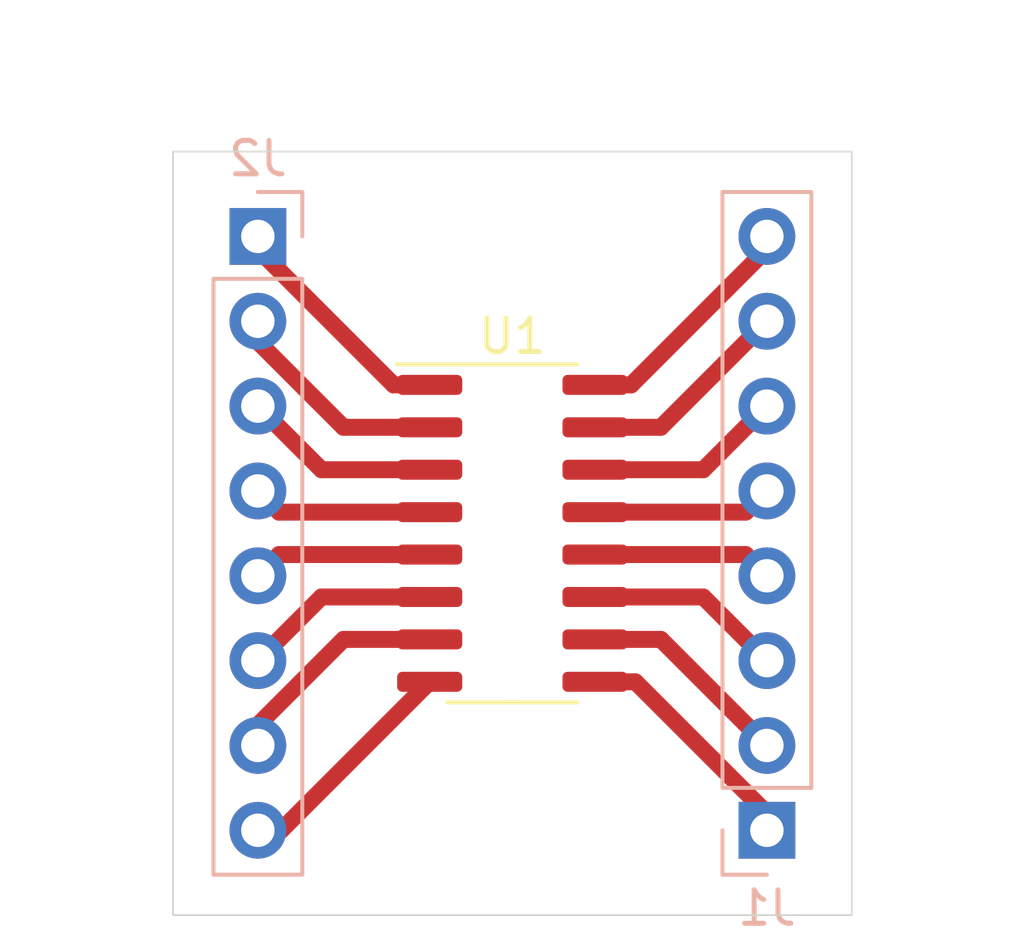
<source format=kicad_pcb>
(kicad_pcb (version 20171130) (host pcbnew "(5.1.10)-1")

  (general
    (thickness 1.6)
    (drawings 5)
    (tracks 37)
    (zones 0)
    (modules 3)
    (nets 17)
  )

  (page A4)
  (layers
    (0 F.Cu signal)
    (31 B.Cu signal)
    (32 B.Adhes user)
    (33 F.Adhes user)
    (34 B.Paste user)
    (35 F.Paste user)
    (36 B.SilkS user)
    (37 F.SilkS user)
    (38 B.Mask user)
    (39 F.Mask user)
    (40 Dwgs.User user)
    (41 Cmts.User user)
    (42 Eco1.User user)
    (43 Eco2.User user)
    (44 Edge.Cuts user)
    (45 Margin user)
    (46 B.CrtYd user)
    (47 F.CrtYd user)
    (48 B.Fab user)
    (49 F.Fab user)
  )

  (setup
    (last_trace_width 0.508)
    (user_trace_width 0.508)
    (trace_clearance 0.2)
    (zone_clearance 0.508)
    (zone_45_only no)
    (trace_min 0.2)
    (via_size 0.8)
    (via_drill 0.4)
    (via_min_size 0.4)
    (via_min_drill 0.3)
    (uvia_size 0.3)
    (uvia_drill 0.1)
    (uvias_allowed no)
    (uvia_min_size 0.2)
    (uvia_min_drill 0.1)
    (edge_width 0.05)
    (segment_width 0.2)
    (pcb_text_width 0.3)
    (pcb_text_size 1.5 1.5)
    (mod_edge_width 0.12)
    (mod_text_size 1 1)
    (mod_text_width 0.15)
    (pad_size 1.524 1.524)
    (pad_drill 0.762)
    (pad_to_mask_clearance 0)
    (aux_axis_origin 0 0)
    (visible_elements 7FFFFFFF)
    (pcbplotparams
      (layerselection 0x010fc_ffffffff)
      (usegerberextensions false)
      (usegerberattributes true)
      (usegerberadvancedattributes true)
      (creategerberjobfile true)
      (excludeedgelayer true)
      (linewidth 0.100000)
      (plotframeref false)
      (viasonmask false)
      (mode 1)
      (useauxorigin false)
      (hpglpennumber 1)
      (hpglpenspeed 20)
      (hpglpendiameter 15.000000)
      (psnegative false)
      (psa4output false)
      (plotreference true)
      (plotvalue true)
      (plotinvisibletext false)
      (padsonsilk false)
      (subtractmaskfromsilk false)
      (outputformat 1)
      (mirror false)
      (drillshape 1)
      (scaleselection 1)
      (outputdirectory ""))
  )

  (net 0 "")
  (net 1 "Net-(J1-Pad8)")
  (net 2 "Net-(J1-Pad7)")
  (net 3 "Net-(J1-Pad6)")
  (net 4 "Net-(J1-Pad5)")
  (net 5 "Net-(J1-Pad4)")
  (net 6 "Net-(J1-Pad3)")
  (net 7 "Net-(J1-Pad2)")
  (net 8 "Net-(J1-Pad1)")
  (net 9 "Net-(J2-Pad8)")
  (net 10 "Net-(J2-Pad7)")
  (net 11 "Net-(J2-Pad6)")
  (net 12 "Net-(J2-Pad5)")
  (net 13 "Net-(J2-Pad4)")
  (net 14 "Net-(J2-Pad3)")
  (net 15 "Net-(J2-Pad2)")
  (net 16 "Net-(J2-Pad1)")

  (net_class Default "This is the default net class."
    (clearance 0.2)
    (trace_width 0.25)
    (via_dia 0.8)
    (via_drill 0.4)
    (uvia_dia 0.3)
    (uvia_drill 0.1)
    (add_net "Net-(J1-Pad1)")
    (add_net "Net-(J1-Pad2)")
    (add_net "Net-(J1-Pad3)")
    (add_net "Net-(J1-Pad4)")
    (add_net "Net-(J1-Pad5)")
    (add_net "Net-(J1-Pad6)")
    (add_net "Net-(J1-Pad7)")
    (add_net "Net-(J1-Pad8)")
    (add_net "Net-(J2-Pad1)")
    (add_net "Net-(J2-Pad2)")
    (add_net "Net-(J2-Pad3)")
    (add_net "Net-(J2-Pad4)")
    (add_net "Net-(J2-Pad5)")
    (add_net "Net-(J2-Pad6)")
    (add_net "Net-(J2-Pad7)")
    (add_net "Net-(J2-Pad8)")
  )

  (module Package_SO:SOIC-16_3.9x9.9mm_P1.27mm (layer F.Cu) (tedit 5D9F72B1) (tstamp 61A234EC)
    (at 140.97 97.79)
    (descr "SOIC, 16 Pin (JEDEC MS-012AC, https://www.analog.com/media/en/package-pcb-resources/package/pkg_pdf/soic_narrow-r/r_16.pdf), generated with kicad-footprint-generator ipc_gullwing_generator.py")
    (tags "SOIC SO")
    (path /61ADE2C6)
    (attr smd)
    (fp_text reference U1 (at 0 -5.9) (layer F.SilkS)
      (effects (font (size 1 1) (thickness 0.15)))
    )
    (fp_text value CH340G (at 0 5.9) (layer F.Fab)
      (effects (font (size 1 1) (thickness 0.15)))
    )
    (fp_line (start 3.7 -5.2) (end -3.7 -5.2) (layer F.CrtYd) (width 0.05))
    (fp_line (start 3.7 5.2) (end 3.7 -5.2) (layer F.CrtYd) (width 0.05))
    (fp_line (start -3.7 5.2) (end 3.7 5.2) (layer F.CrtYd) (width 0.05))
    (fp_line (start -3.7 -5.2) (end -3.7 5.2) (layer F.CrtYd) (width 0.05))
    (fp_line (start -1.95 -3.975) (end -0.975 -4.95) (layer F.Fab) (width 0.1))
    (fp_line (start -1.95 4.95) (end -1.95 -3.975) (layer F.Fab) (width 0.1))
    (fp_line (start 1.95 4.95) (end -1.95 4.95) (layer F.Fab) (width 0.1))
    (fp_line (start 1.95 -4.95) (end 1.95 4.95) (layer F.Fab) (width 0.1))
    (fp_line (start -0.975 -4.95) (end 1.95 -4.95) (layer F.Fab) (width 0.1))
    (fp_line (start 0 -5.06) (end -3.45 -5.06) (layer F.SilkS) (width 0.12))
    (fp_line (start 0 -5.06) (end 1.95 -5.06) (layer F.SilkS) (width 0.12))
    (fp_line (start 0 5.06) (end -1.95 5.06) (layer F.SilkS) (width 0.12))
    (fp_line (start 0 5.06) (end 1.95 5.06) (layer F.SilkS) (width 0.12))
    (fp_text user %R (at 0 0) (layer F.Fab)
      (effects (font (size 0.98 0.98) (thickness 0.15)))
    )
    (pad 16 smd roundrect (at 2.475 -4.445) (size 1.95 0.6) (layers F.Cu F.Paste F.Mask) (roundrect_rratio 0.25)
      (net 1 "Net-(J1-Pad8)"))
    (pad 15 smd roundrect (at 2.475 -3.175) (size 1.95 0.6) (layers F.Cu F.Paste F.Mask) (roundrect_rratio 0.25)
      (net 2 "Net-(J1-Pad7)"))
    (pad 14 smd roundrect (at 2.475 -1.905) (size 1.95 0.6) (layers F.Cu F.Paste F.Mask) (roundrect_rratio 0.25)
      (net 3 "Net-(J1-Pad6)"))
    (pad 13 smd roundrect (at 2.475 -0.635) (size 1.95 0.6) (layers F.Cu F.Paste F.Mask) (roundrect_rratio 0.25)
      (net 4 "Net-(J1-Pad5)"))
    (pad 12 smd roundrect (at 2.475 0.635) (size 1.95 0.6) (layers F.Cu F.Paste F.Mask) (roundrect_rratio 0.25)
      (net 5 "Net-(J1-Pad4)"))
    (pad 11 smd roundrect (at 2.475 1.905) (size 1.95 0.6) (layers F.Cu F.Paste F.Mask) (roundrect_rratio 0.25)
      (net 6 "Net-(J1-Pad3)"))
    (pad 10 smd roundrect (at 2.475 3.175) (size 1.95 0.6) (layers F.Cu F.Paste F.Mask) (roundrect_rratio 0.25)
      (net 7 "Net-(J1-Pad2)"))
    (pad 9 smd roundrect (at 2.475 4.445) (size 1.95 0.6) (layers F.Cu F.Paste F.Mask) (roundrect_rratio 0.25)
      (net 8 "Net-(J1-Pad1)"))
    (pad 8 smd roundrect (at -2.475 4.445) (size 1.95 0.6) (layers F.Cu F.Paste F.Mask) (roundrect_rratio 0.25)
      (net 9 "Net-(J2-Pad8)"))
    (pad 7 smd roundrect (at -2.475 3.175) (size 1.95 0.6) (layers F.Cu F.Paste F.Mask) (roundrect_rratio 0.25)
      (net 10 "Net-(J2-Pad7)"))
    (pad 6 smd roundrect (at -2.475 1.905) (size 1.95 0.6) (layers F.Cu F.Paste F.Mask) (roundrect_rratio 0.25)
      (net 11 "Net-(J2-Pad6)"))
    (pad 5 smd roundrect (at -2.475 0.635) (size 1.95 0.6) (layers F.Cu F.Paste F.Mask) (roundrect_rratio 0.25)
      (net 12 "Net-(J2-Pad5)"))
    (pad 4 smd roundrect (at -2.475 -0.635) (size 1.95 0.6) (layers F.Cu F.Paste F.Mask) (roundrect_rratio 0.25)
      (net 13 "Net-(J2-Pad4)"))
    (pad 3 smd roundrect (at -2.475 -1.905) (size 1.95 0.6) (layers F.Cu F.Paste F.Mask) (roundrect_rratio 0.25)
      (net 14 "Net-(J2-Pad3)"))
    (pad 2 smd roundrect (at -2.475 -3.175) (size 1.95 0.6) (layers F.Cu F.Paste F.Mask) (roundrect_rratio 0.25)
      (net 15 "Net-(J2-Pad2)"))
    (pad 1 smd roundrect (at -2.475 -4.445) (size 1.95 0.6) (layers F.Cu F.Paste F.Mask) (roundrect_rratio 0.25)
      (net 16 "Net-(J2-Pad1)"))
    (model ${KISYS3DMOD}/Package_SO.3dshapes/SOIC-16_3.9x9.9mm_P1.27mm.wrl
      (at (xyz 0 0 0))
      (scale (xyz 1 1 1))
      (rotate (xyz 0 0 0))
    )
  )

  (module Connector_PinHeader_2.54mm:PinHeader_1x08_P2.54mm_Vertical (layer B.Cu) (tedit 59FED5CC) (tstamp 61A234CA)
    (at 133.35 88.9 180)
    (descr "Through hole straight pin header, 1x08, 2.54mm pitch, single row")
    (tags "Through hole pin header THT 1x08 2.54mm single row")
    (path /61AD4399)
    (fp_text reference J2 (at 0 2.33) (layer B.SilkS)
      (effects (font (size 1 1) (thickness 0.15)) (justify mirror))
    )
    (fp_text value Conn_01x08_Female (at 0 -20.11) (layer B.Fab)
      (effects (font (size 1 1) (thickness 0.15)) (justify mirror))
    )
    (fp_line (start 1.8 1.8) (end -1.8 1.8) (layer B.CrtYd) (width 0.05))
    (fp_line (start 1.8 -19.55) (end 1.8 1.8) (layer B.CrtYd) (width 0.05))
    (fp_line (start -1.8 -19.55) (end 1.8 -19.55) (layer B.CrtYd) (width 0.05))
    (fp_line (start -1.8 1.8) (end -1.8 -19.55) (layer B.CrtYd) (width 0.05))
    (fp_line (start -1.33 1.33) (end 0 1.33) (layer B.SilkS) (width 0.12))
    (fp_line (start -1.33 0) (end -1.33 1.33) (layer B.SilkS) (width 0.12))
    (fp_line (start -1.33 -1.27) (end 1.33 -1.27) (layer B.SilkS) (width 0.12))
    (fp_line (start 1.33 -1.27) (end 1.33 -19.11) (layer B.SilkS) (width 0.12))
    (fp_line (start -1.33 -1.27) (end -1.33 -19.11) (layer B.SilkS) (width 0.12))
    (fp_line (start -1.33 -19.11) (end 1.33 -19.11) (layer B.SilkS) (width 0.12))
    (fp_line (start -1.27 0.635) (end -0.635 1.27) (layer B.Fab) (width 0.1))
    (fp_line (start -1.27 -19.05) (end -1.27 0.635) (layer B.Fab) (width 0.1))
    (fp_line (start 1.27 -19.05) (end -1.27 -19.05) (layer B.Fab) (width 0.1))
    (fp_line (start 1.27 1.27) (end 1.27 -19.05) (layer B.Fab) (width 0.1))
    (fp_line (start -0.635 1.27) (end 1.27 1.27) (layer B.Fab) (width 0.1))
    (fp_text user %R (at 0 -8.89 270) (layer B.Fab)
      (effects (font (size 1 1) (thickness 0.15)) (justify mirror))
    )
    (pad 8 thru_hole oval (at 0 -17.78 180) (size 1.7 1.7) (drill 1) (layers *.Cu *.Mask)
      (net 9 "Net-(J2-Pad8)"))
    (pad 7 thru_hole oval (at 0 -15.24 180) (size 1.7 1.7) (drill 1) (layers *.Cu *.Mask)
      (net 10 "Net-(J2-Pad7)"))
    (pad 6 thru_hole oval (at 0 -12.7 180) (size 1.7 1.7) (drill 1) (layers *.Cu *.Mask)
      (net 11 "Net-(J2-Pad6)"))
    (pad 5 thru_hole oval (at 0 -10.16 180) (size 1.7 1.7) (drill 1) (layers *.Cu *.Mask)
      (net 12 "Net-(J2-Pad5)"))
    (pad 4 thru_hole oval (at 0 -7.62 180) (size 1.7 1.7) (drill 1) (layers *.Cu *.Mask)
      (net 13 "Net-(J2-Pad4)"))
    (pad 3 thru_hole oval (at 0 -5.08 180) (size 1.7 1.7) (drill 1) (layers *.Cu *.Mask)
      (net 14 "Net-(J2-Pad3)"))
    (pad 2 thru_hole oval (at 0 -2.54 180) (size 1.7 1.7) (drill 1) (layers *.Cu *.Mask)
      (net 15 "Net-(J2-Pad2)"))
    (pad 1 thru_hole rect (at 0 0 180) (size 1.7 1.7) (drill 1) (layers *.Cu *.Mask)
      (net 16 "Net-(J2-Pad1)"))
    (model ${KISYS3DMOD}/Connector_PinHeader_2.54mm.3dshapes/PinHeader_1x08_P2.54mm_Vertical.wrl
      (at (xyz 0 0 0))
      (scale (xyz 1 1 1))
      (rotate (xyz 0 0 0))
    )
  )

  (module Connector_PinHeader_2.54mm:PinHeader_1x08_P2.54mm_Vertical (layer B.Cu) (tedit 59FED5CC) (tstamp 61A234AE)
    (at 148.59 106.68)
    (descr "Through hole straight pin header, 1x08, 2.54mm pitch, single row")
    (tags "Through hole pin header THT 1x08 2.54mm single row")
    (path /61AD48C7)
    (fp_text reference J1 (at 0 2.33) (layer B.SilkS)
      (effects (font (size 1 1) (thickness 0.15)) (justify mirror))
    )
    (fp_text value Conn_01x08_Female (at 0 -20.11) (layer B.Fab)
      (effects (font (size 1 1) (thickness 0.15)) (justify mirror))
    )
    (fp_line (start 1.8 1.8) (end -1.8 1.8) (layer B.CrtYd) (width 0.05))
    (fp_line (start 1.8 -19.55) (end 1.8 1.8) (layer B.CrtYd) (width 0.05))
    (fp_line (start -1.8 -19.55) (end 1.8 -19.55) (layer B.CrtYd) (width 0.05))
    (fp_line (start -1.8 1.8) (end -1.8 -19.55) (layer B.CrtYd) (width 0.05))
    (fp_line (start -1.33 1.33) (end 0 1.33) (layer B.SilkS) (width 0.12))
    (fp_line (start -1.33 0) (end -1.33 1.33) (layer B.SilkS) (width 0.12))
    (fp_line (start -1.33 -1.27) (end 1.33 -1.27) (layer B.SilkS) (width 0.12))
    (fp_line (start 1.33 -1.27) (end 1.33 -19.11) (layer B.SilkS) (width 0.12))
    (fp_line (start -1.33 -1.27) (end -1.33 -19.11) (layer B.SilkS) (width 0.12))
    (fp_line (start -1.33 -19.11) (end 1.33 -19.11) (layer B.SilkS) (width 0.12))
    (fp_line (start -1.27 0.635) (end -0.635 1.27) (layer B.Fab) (width 0.1))
    (fp_line (start -1.27 -19.05) (end -1.27 0.635) (layer B.Fab) (width 0.1))
    (fp_line (start 1.27 -19.05) (end -1.27 -19.05) (layer B.Fab) (width 0.1))
    (fp_line (start 1.27 1.27) (end 1.27 -19.05) (layer B.Fab) (width 0.1))
    (fp_line (start -0.635 1.27) (end 1.27 1.27) (layer B.Fab) (width 0.1))
    (fp_text user %R (at 0 -8.89 -90) (layer B.Fab)
      (effects (font (size 1 1) (thickness 0.15)) (justify mirror))
    )
    (pad 8 thru_hole oval (at 0 -17.78) (size 1.7 1.7) (drill 1) (layers *.Cu *.Mask)
      (net 1 "Net-(J1-Pad8)"))
    (pad 7 thru_hole oval (at 0 -15.24) (size 1.7 1.7) (drill 1) (layers *.Cu *.Mask)
      (net 2 "Net-(J1-Pad7)"))
    (pad 6 thru_hole oval (at 0 -12.7) (size 1.7 1.7) (drill 1) (layers *.Cu *.Mask)
      (net 3 "Net-(J1-Pad6)"))
    (pad 5 thru_hole oval (at 0 -10.16) (size 1.7 1.7) (drill 1) (layers *.Cu *.Mask)
      (net 4 "Net-(J1-Pad5)"))
    (pad 4 thru_hole oval (at 0 -7.62) (size 1.7 1.7) (drill 1) (layers *.Cu *.Mask)
      (net 5 "Net-(J1-Pad4)"))
    (pad 3 thru_hole oval (at 0 -5.08) (size 1.7 1.7) (drill 1) (layers *.Cu *.Mask)
      (net 6 "Net-(J1-Pad3)"))
    (pad 2 thru_hole oval (at 0 -2.54) (size 1.7 1.7) (drill 1) (layers *.Cu *.Mask)
      (net 7 "Net-(J1-Pad2)"))
    (pad 1 thru_hole rect (at 0 0) (size 1.7 1.7) (drill 1) (layers *.Cu *.Mask)
      (net 8 "Net-(J1-Pad1)"))
    (model ${KISYS3DMOD}/Connector_PinHeader_2.54mm.3dshapes/PinHeader_1x08_P2.54mm_Vertical.wrl
      (at (xyz 0 0 0))
      (scale (xyz 1 1 1))
      (rotate (xyz 0 0 0))
    )
  )

  (gr_line (start 130.81 109.22) (end 130.81 86.36) (layer Edge.Cuts) (width 0.05))
  (gr_line (start 151.13 109.22) (end 130.81 109.22) (layer Edge.Cuts) (width 0.05))
  (gr_line (start 151.13 86.36) (end 151.13 109.22) (layer Edge.Cuts) (width 0.05))
  (gr_line (start 130.81 86.36) (end 151.13 86.36) (layer Edge.Cuts) (width 0.05))
  (dimension 15.24 (width 0.15) (layer Dwgs.User)
    (gr_text "15.240 mm" (at 140.97 82.52) (layer Dwgs.User)
      (effects (font (size 1 1) (thickness 0.15)))
    )
    (feature1 (pts (xy 148.59 88.9) (xy 148.59 83.233579)))
    (feature2 (pts (xy 133.35 88.9) (xy 133.35 83.233579)))
    (crossbar (pts (xy 133.35 83.82) (xy 148.59 83.82)))
    (arrow1a (pts (xy 148.59 83.82) (xy 147.463496 84.406421)))
    (arrow1b (pts (xy 148.59 83.82) (xy 147.463496 83.233579)))
    (arrow2a (pts (xy 133.35 83.82) (xy 134.476504 84.406421)))
    (arrow2b (pts (xy 133.35 83.82) (xy 134.476504 83.233579)))
  )

  (segment (start 143.445 93.345) (end 144.526 93.345) (width 0.508) (layer F.Cu) (net 1))
  (segment (start 148.59 89.281) (end 148.59 88.9) (width 0.508) (layer F.Cu) (net 1))
  (segment (start 144.526 93.345) (end 148.59 89.281) (width 0.508) (layer F.Cu) (net 1))
  (segment (start 145.415 94.615) (end 148.59 91.44) (width 0.508) (layer F.Cu) (net 2))
  (segment (start 143.445 94.615) (end 145.415 94.615) (width 0.508) (layer F.Cu) (net 2))
  (segment (start 146.685 95.885) (end 148.59 93.98) (width 0.508) (layer F.Cu) (net 3))
  (segment (start 143.445 95.885) (end 146.685 95.885) (width 0.508) (layer F.Cu) (net 3))
  (segment (start 147.955 97.155) (end 148.59 96.52) (width 0.508) (layer F.Cu) (net 4))
  (segment (start 143.445 97.155) (end 147.955 97.155) (width 0.508) (layer F.Cu) (net 4))
  (segment (start 147.955 98.425) (end 148.59 99.06) (width 0.508) (layer F.Cu) (net 5))
  (segment (start 143.445 98.425) (end 147.955 98.425) (width 0.508) (layer F.Cu) (net 5))
  (segment (start 146.685 99.695) (end 148.59 101.6) (width 0.508) (layer F.Cu) (net 6))
  (segment (start 143.445 99.695) (end 146.685 99.695) (width 0.508) (layer F.Cu) (net 6))
  (segment (start 145.415 100.965) (end 148.59 104.14) (width 0.508) (layer F.Cu) (net 7))
  (segment (start 143.445 100.965) (end 145.415 100.965) (width 0.508) (layer F.Cu) (net 7))
  (segment (start 143.445 102.235) (end 144.653 102.235) (width 0.508) (layer F.Cu) (net 8))
  (segment (start 148.59 106.172) (end 148.59 106.68) (width 0.508) (layer F.Cu) (net 8))
  (segment (start 144.653 102.235) (end 148.59 106.172) (width 0.508) (layer F.Cu) (net 8))
  (segment (start 134.05 106.68) (end 133.35 106.68) (width 0.508) (layer F.Cu) (net 9))
  (segment (start 138.495 102.235) (end 134.05 106.68) (width 0.508) (layer F.Cu) (net 9))
  (segment (start 133.35 103.529922) (end 133.35 104.14) (width 0.508) (layer F.Cu) (net 10))
  (segment (start 135.914922 100.965) (end 133.35 103.529922) (width 0.508) (layer F.Cu) (net 10))
  (segment (start 138.495 100.965) (end 135.914922 100.965) (width 0.508) (layer F.Cu) (net 10))
  (segment (start 138.495 99.695) (end 135.255 99.695) (width 0.508) (layer F.Cu) (net 11))
  (segment (start 135.255 99.695) (end 133.35 101.6) (width 0.508) (layer F.Cu) (net 11))
  (segment (start 133.985 98.425) (end 133.35 99.06) (width 0.508) (layer F.Cu) (net 12))
  (segment (start 138.495 98.425) (end 133.985 98.425) (width 0.508) (layer F.Cu) (net 12))
  (segment (start 133.985 97.155) (end 133.35 96.52) (width 0.508) (layer F.Cu) (net 13))
  (segment (start 138.495 97.155) (end 133.985 97.155) (width 0.508) (layer F.Cu) (net 13))
  (segment (start 135.255 95.885) (end 133.35 93.98) (width 0.508) (layer F.Cu) (net 14))
  (segment (start 138.495 95.885) (end 135.255 95.885) (width 0.508) (layer F.Cu) (net 14))
  (segment (start 133.35 92.050078) (end 133.35 91.44) (width 0.508) (layer F.Cu) (net 15))
  (segment (start 135.914922 94.615) (end 133.35 92.050078) (width 0.508) (layer F.Cu) (net 15))
  (segment (start 138.495 94.615) (end 135.914922 94.615) (width 0.508) (layer F.Cu) (net 15))
  (segment (start 138.495 93.345) (end 137.414 93.345) (width 0.508) (layer F.Cu) (net 16))
  (segment (start 133.35 89.281) (end 133.35 88.9) (width 0.508) (layer F.Cu) (net 16))
  (segment (start 137.414 93.345) (end 133.35 89.281) (width 0.508) (layer F.Cu) (net 16))

)

</source>
